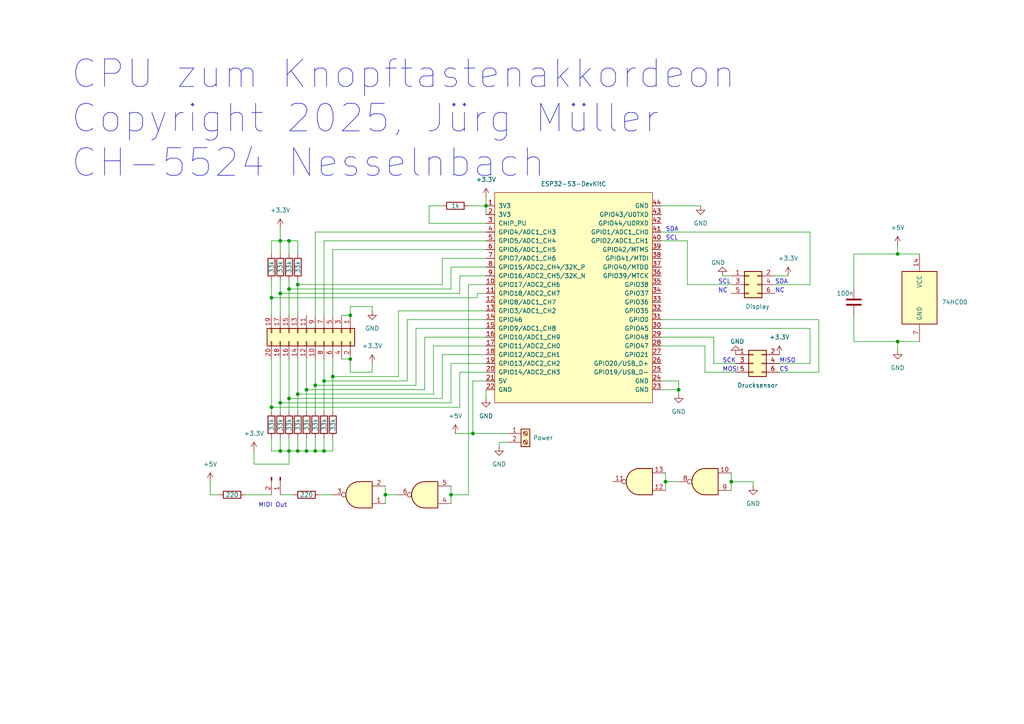
<source format=kicad_sch>
(kicad_sch (version 20211123) (generator eeschema)
  (paper "A4")
  (lib_symbols
    (symbol "74xx:74HC00" (pin_names (offset 1.016))
      (property "Reference" "U" (at 0 1.27 0))
      (property "Value" "74HC00" (at 0 -1.27 0))
      (symbol "74HC00_1_1"
        (arc (start 0 -3.81) (mid 3.81 0) (end 0 3.81) (stroke (width 0.254)) (fill (type background)))
        (polyline (pts (xy 0 3.81) (xy -3.81 3.81) (xy -3.81 -3.81) (xy 0 -3.81)) (stroke (width 0.254)) (fill (type background)))
        (pin input line (at -7.62 2.54 0) (length 3.81) (name "~") (number "1"))
        (pin input line (at -7.62 -2.54 0) (length 3.81) (name "~") (number "2"))
        (pin output inverted (at 7.62 0 180) (length 3.81) (name "~") (number "3"))
      )
      (symbol "74HC00_1_2"
        (arc (start -3.81 -3.81) (mid -2.589 0) (end -3.81 3.81) (stroke (width 0.254)))
        (arc (start -0.6096 -3.81) (mid 2.1842 -2.5851) (end 3.81 0) (stroke (width 0.254)) (fill (type background)))
        (polyline (pts (xy -3.81 -3.81) (xy -0.635 -3.81)) (stroke (width 0.254)) (fill (type background)))
        (polyline (pts (xy -3.81 3.81) (xy -0.635 3.81)) (stroke (width 0.254)) (fill (type background)))
        (polyline (pts (xy -0.635 3.81) (xy -3.81 3.81) (xy -3.81 3.81) (xy -3.556 3.4036) (xy -3.0226 2.2606) (xy -2.6924 1.0414) (xy -2.6162 -0.254) (xy -2.7686 -1.4986) (xy -3.175 -2.7178) (xy -3.81 -3.81) (xy -3.81 -3.81) (xy -0.635 -3.81)) (stroke (width -25.4)) (fill (type background)))
        (arc (start 3.81 0) (mid 2.1915 2.5936) (end -0.6096 3.81) (stroke (width 0.254)) (fill (type background)))
        (pin input inverted (at -7.62 2.54 0) (length 4.318) (name "~") (number "1"))
        (pin input inverted (at -7.62 -2.54 0) (length 4.318) (name "~") (number "2"))
        (pin output line (at 7.62 0 180) (length 3.81) (name "~") (number "3"))
      )
      (symbol "74HC00_2_1"
        (arc (start 0 -3.81) (mid 3.81 0) (end 0 3.81) (stroke (width 0.254)) (fill (type background)))
        (polyline (pts (xy 0 3.81) (xy -3.81 3.81) (xy -3.81 -3.81) (xy 0 -3.81)) (stroke (width 0.254)) (fill (type background)))
        (pin input line (at -7.62 2.54 0) (length 3.81) (name "~") (number "4"))
        (pin input line (at -7.62 -2.54 0) (length 3.81) (name "~") (number "5"))
        (pin output inverted (at 7.62 0 180) (length 3.81) (name "~") (number "6"))
      )
      (symbol "74HC00_2_2"
        (arc (start -3.81 -3.81) (mid -2.589 0) (end -3.81 3.81) (stroke (width 0.254)))
        (arc (start -0.6096 -3.81) (mid 2.1842 -2.5851) (end 3.81 0) (stroke (width 0.254)) (fill (type background)))
        (polyline (pts (xy -3.81 -3.81) (xy -0.635 -3.81)) (stroke (width 0.254)) (fill (type background)))
        (polyline (pts (xy -3.81 3.81) (xy -0.635 3.81)) (stroke (width 0.254)) (fill (type background)))
        (polyline (pts (xy -0.635 3.81) (xy -3.81 3.81) (xy -3.81 3.81) (xy -3.556 3.4036) (xy -3.0226 2.2606) (xy -2.6924 1.0414) (xy -2.6162 -0.254) (xy -2.7686 -1.4986) (xy -3.175 -2.7178) (xy -3.81 -3.81) (xy -3.81 -3.81) (xy -0.635 -3.81)) (stroke (width -25.4)) (fill (type background)))
        (arc (start 3.81 0) (mid 2.1915 2.5936) (end -0.6096 3.81) (stroke (width 0.254)) (fill (type background)))
        (pin input inverted (at -7.62 2.54 0) (length 4.318) (name "~") (number "4"))
        (pin input inverted (at -7.62 -2.54 0) (length 4.318) (name "~") (number "5"))
        (pin output line (at 7.62 0 180) (length 3.81) (name "~") (number "6"))
      )
      (symbol "74HC00_3_1"
        (arc (start 0 -3.81) (mid 3.81 0) (end 0 3.81) (stroke (width 0.254)) (fill (type background)))
        (polyline (pts (xy 0 3.81) (xy -3.81 3.81) (xy -3.81 -3.81) (xy 0 -3.81)) (stroke (width 0.254)) (fill (type background)))
        (pin input line (at -7.62 -2.54 0) (length 3.81) (name "~") (number "10"))
        (pin output inverted (at 7.62 0 180) (length 3.81) (name "~") (number "8"))
        (pin input line (at -7.62 2.54 0) (length 3.81) (name "~") (number "9"))
      )
      (symbol "74HC00_3_2"
        (arc (start -3.81 -3.81) (mid -2.589 0) (end -3.81 3.81) (stroke (width 0.254)))
        (arc (start -0.6096 -3.81) (mid 2.1842 -2.5851) (end 3.81 0) (stroke (width 0.254)) (fill (type background)))
        (polyline (pts (xy -3.81 -3.81) (xy -0.635 -3.81)) (stroke (width 0.254)) (fill (type background)))
        (polyline (pts (xy -3.81 3.81) (xy -0.635 3.81)) (stroke (width 0.254)) (fill (type background)))
        (polyline (pts (xy -0.635 3.81) (xy -3.81 3.81) (xy -3.81 3.81) (xy -3.556 3.4036) (xy -3.0226 2.2606) (xy -2.6924 1.0414) (xy -2.6162 -0.254) (xy -2.7686 -1.4986) (xy -3.175 -2.7178) (xy -3.81 -3.81) (xy -3.81 -3.81) (xy -0.635 -3.81)) (stroke (width -25.4)) (fill (type background)))
        (arc (start 3.81 0) (mid 2.1915 2.5936) (end -0.6096 3.81) (stroke (width 0.254)) (fill (type background)))
        (pin input inverted (at -7.62 -2.54 0) (length 4.318) (name "~") (number "10"))
        (pin output line (at 7.62 0 180) (length 3.81) (name "~") (number "8"))
        (pin input inverted (at -7.62 2.54 0) (length 4.318) (name "~") (number "9"))
      )
      (symbol "74HC00_4_1"
        (arc (start 0 -3.81) (mid 3.81 0) (end 0 3.81) (stroke (width 0.254)) (fill (type background)))
        (polyline (pts (xy 0 3.81) (xy -3.81 3.81) (xy -3.81 -3.81) (xy 0 -3.81)) (stroke (width 0.254)) (fill (type background)))
        (pin output inverted (at 7.62 0 180) (length 3.81) (name "~") (number "11"))
        (pin input line (at -7.62 2.54 0) (length 3.81) (name "~") (number "12"))
        (pin input line (at -7.62 -2.54 0) (length 3.81) (name "~") (number "13"))
      )
      (symbol "74HC00_4_2"
        (arc (start -3.81 -3.81) (mid -2.589 0) (end -3.81 3.81) (stroke (width 0.254)))
        (arc (start -0.6096 -3.81) (mid 2.1842 -2.5851) (end 3.81 0) (stroke (width 0.254)) (fill (type background)))
        (polyline (pts (xy -3.81 -3.81) (xy -0.635 -3.81)) (stroke (width 0.254)) (fill (type background)))
        (polyline (pts (xy -3.81 3.81) (xy -0.635 3.81)) (stroke (width 0.254)) (fill (type background)))
        (polyline (pts (xy -0.635 3.81) (xy -3.81 3.81) (xy -3.81 3.81) (xy -3.556 3.4036) (xy -3.0226 2.2606) (xy -2.6924 1.0414) (xy -2.6162 -0.254) (xy -2.7686 -1.4986) (xy -3.175 -2.7178) (xy -3.81 -3.81) (xy -3.81 -3.81) (xy -0.635 -3.81)) (stroke (width -25.4)) (fill (type background)))
        (arc (start 3.81 0) (mid 2.1915 2.5936) (end -0.6096 3.81) (stroke (width 0.254)) (fill (type background)))
        (pin output line (at 7.62 0 180) (length 3.81) (name "~") (number "11"))
        (pin input inverted (at -7.62 2.54 0) (length 4.318) (name "~") (number "12"))
        (pin input inverted (at -7.62 -2.54 0) (length 4.318) (name "~") (number "13"))
      )
      (symbol "74HC00_5_0"
        (pin power_in line (at 0 12.7 270) (length 5.08) (name "VCC") (number "14"))
        (pin power_in line (at 0 -12.7 90) (length 5.08) (name "GND") (number "7"))
      )
      (symbol "74HC00_5_1"
        (rectangle (start -5.08 7.62) (end 5.08 -7.62) (stroke (width 0.254)) (fill (type background)))
      )
    )
    (symbol "Conn_02x03_Odd_Even_2" (pin_names (offset 1.016))
      (property "Value" "SBC-OLED01" (at 2.54 -6.35 0))
      (symbol "Conn_02x03_Odd_Even_2_1_1"
        (rectangle (start -1.27 -2.413) (end 0 -2.667) (stroke (width 0.1524)))
        (rectangle (start -1.27 0.127) (end 0 -0.127) (stroke (width 0.1524)))
        (rectangle (start -1.27 2.667) (end 0 2.413) (stroke (width 0.1524)))
        (rectangle (start -1.27 3.81) (end 3.81 -3.81) (stroke (width 0.254)) (fill (type background)))
        (rectangle (start 3.81 -2.413) (end 2.54 -2.667) (stroke (width 0.1524)))
        (rectangle (start 3.81 0.127) (end 2.54 -0.127) (stroke (width 0.1524)))
        (rectangle (start 3.81 2.667) (end 2.54 2.413) (stroke (width 0.1524)))
        (pin passive line (at -5.08 2.54 0) (length 3.81) (name "") (number "1"))
        (pin passive line (at 7.62 2.54 180) (length 3.81) (name "") (number "2"))
        (pin passive line (at -5.08 0 0) (length 3.81) (name "") (number "3"))
        (pin passive line (at 7.62 0 180) (length 3.81) (name "") (number "4"))
        (pin passive line (at -5.08 -2.54 0) (length 3.81) (name "") (number "5"))
        (pin passive line (at 7.62 -2.54 180) (length 3.81) (name "") (number "6"))
      )
    )
    (symbol "Conn_02x03_Odd_Even_3" (pin_names (offset 1.016))
      (property "Reference" "J4" (at 1.27 6.35 0))
      (property "Value" "Umgebungsdruck" (at 1.27 -6.35 0))
      (symbol "Conn_02x03_Odd_Even_3_1_1"
        (rectangle (start -1.27 -2.413) (end 0 -2.667) (stroke (width 0.1524)))
        (rectangle (start -1.27 0.127) (end 0 -0.127) (stroke (width 0.1524)))
        (rectangle (start -1.27 2.667) (end 0 2.413) (stroke (width 0.1524)))
        (rectangle (start -1.27 3.81) (end 3.81 -3.81) (stroke (width 0.254)) (fill (type background)))
        (rectangle (start 3.81 -2.413) (end 2.54 -2.667) (stroke (width 0.1524)))
        (rectangle (start 3.81 0.127) (end 2.54 -0.127) (stroke (width 0.1524)))
        (rectangle (start 3.81 2.667) (end 2.54 2.413) (stroke (width 0.1524)))
        (pin passive line (at -5.08 2.54 0) (length 3.81) (name "") (number "1"))
        (pin passive line (at 7.62 2.54 180) (length 3.81) (name "") (number "2"))
        (pin passive line (at -5.08 0 0) (length 3.81) (name "") (number "3"))
        (pin passive line (at 7.62 0 180) (length 3.81) (name "") (number "4"))
        (pin passive line (at -5.08 -2.54 0) (length 3.81) (name "") (number "5"))
        (pin passive line (at 7.62 -2.54 180) (length 3.81) (name "") (number "6"))
      )
    )
    (symbol "Connector:Conn_01x02_Male" (pin_names (offset 1.016) hide)
      (property "Reference" "J" (at 0 2.54 0))
      (property "Value" "Conn_01x02_Male" (at 0 -5.08 0))
      (symbol "Conn_01x02_Male_1_1"
        (polyline (pts (xy 1.27 -2.54) (xy 0.8636 -2.54)) (stroke (width 0.1524)))
        (polyline (pts (xy 1.27 0) (xy 0.8636 0)) (stroke (width 0.1524)))
        (rectangle (start 0.8636 -2.413) (end 0 -2.667) (stroke (width 0.1524)) (fill (type outline)))
        (rectangle (start 0.8636 0.127) (end 0 -0.127) (stroke (width 0.1524)) (fill (type outline)))
        (pin passive line (at 5.08 0 180) (length 3.81) (name "Pin_1") (number "1"))
        (pin passive line (at 5.08 -2.54 180) (length 3.81) (name "Pin_2") (number "2"))
      )
    )
    (symbol "Connector:Screw_Terminal_01x02" (pin_names (offset 1.016) hide)
      (property "Reference" "J" (at 0 2.54 0))
      (property "Value" "Screw_Terminal_01x02" (at 0 -5.08 0))
      (symbol "Screw_Terminal_01x02_1_1"
        (rectangle (start -1.27 1.27) (end 1.27 -3.81) (stroke (width 0.254)) (fill (type background)))
        (circle (center 0 -2.54) (radius 0.635) (stroke (width 0.1524)))
        (polyline (pts (xy -0.5334 -2.2098) (xy 0.3302 -3.048)) (stroke (width 0.1524)))
        (polyline (pts (xy -0.5334 0.3302) (xy 0.3302 -0.508)) (stroke (width 0.1524)))
        (polyline (pts (xy -0.3556 -2.032) (xy 0.508 -2.8702)) (stroke (width 0.1524)))
        (polyline (pts (xy -0.3556 0.508) (xy 0.508 -0.3302)) (stroke (width 0.1524)))
        (circle (center 0 0) (radius 0.635) (stroke (width 0.1524)))
        (pin passive line (at -5.08 0 0) (length 3.81) (name "Pin_1") (number "1"))
        (pin passive line (at -5.08 -2.54 0) (length 3.81) (name "Pin_2") (number "2"))
      )
    )
    (symbol "Connector_Generic:Conn_02x10_Odd_Even" (pin_names (offset 1.016) hide)
      (property "Reference" "J" (at 1.27 12.7 0))
      (property "Value" "Conn_02x10_Odd_Even" (at 1.27 -15.24 0))
      (symbol "Conn_02x10_Odd_Even_1_1"
        (rectangle (start -1.27 -12.573) (end 0 -12.827) (stroke (width 0.1524)))
        (rectangle (start -1.27 -10.033) (end 0 -10.287) (stroke (width 0.1524)))
        (rectangle (start -1.27 -7.493) (end 0 -7.747) (stroke (width 0.1524)))
        (rectangle (start -1.27 -4.953) (end 0 -5.207) (stroke (width 0.1524)))
        (rectangle (start -1.27 -2.413) (end 0 -2.667) (stroke (width 0.1524)))
        (rectangle (start -1.27 0.127) (end 0 -0.127) (stroke (width 0.1524)))
        (rectangle (start -1.27 2.667) (end 0 2.413) (stroke (width 0.1524)))
        (rectangle (start -1.27 5.207) (end 0 4.953) (stroke (width 0.1524)))
        (rectangle (start -1.27 7.747) (end 0 7.493) (stroke (width 0.1524)))
        (rectangle (start -1.27 10.287) (end 0 10.033) (stroke (width 0.1524)))
        (rectangle (start -1.27 11.43) (end 3.81 -13.97) (stroke (width 0.254)) (fill (type background)))
        (rectangle (start 3.81 -12.573) (end 2.54 -12.827) (stroke (width 0.1524)))
        (rectangle (start 3.81 -10.033) (end 2.54 -10.287) (stroke (width 0.1524)))
        (rectangle (start 3.81 -7.493) (end 2.54 -7.747) (stroke (width 0.1524)))
        (rectangle (start 3.81 -4.953) (end 2.54 -5.207) (stroke (width 0.1524)))
        (rectangle (start 3.81 -2.413) (end 2.54 -2.667) (stroke (width 0.1524)))
        (rectangle (start 3.81 0.127) (end 2.54 -0.127) (stroke (width 0.1524)))
        (rectangle (start 3.81 2.667) (end 2.54 2.413) (stroke (width 0.1524)))
        (rectangle (start 3.81 5.207) (end 2.54 4.953) (stroke (width 0.1524)))
        (rectangle (start 3.81 7.747) (end 2.54 7.493) (stroke (width 0.1524)))
        (rectangle (start 3.81 10.287) (end 2.54 10.033) (stroke (width 0.1524)))
        (pin passive line (at -5.08 10.16 0) (length 3.81) (name "Pin_1") (number "1"))
        (pin passive line (at 7.62 0 180) (length 3.81) (name "Pin_10") (number "10"))
        (pin passive line (at -5.08 -2.54 0) (length 3.81) (name "Pin_11") (number "11"))
        (pin passive line (at 7.62 -2.54 180) (length 3.81) (name "Pin_12") (number "12"))
        (pin passive line (at -5.08 -5.08 0) (length 3.81) (name "Pin_13") (number "13"))
        (pin passive line (at 7.62 -5.08 180) (length 3.81) (name "Pin_14") (number "14"))
        (pin passive line (at -5.08 -7.62 0) (length 3.81) (name "Pin_15") (number "15"))
        (pin passive line (at 7.62 -7.62 180) (length 3.81) (name "Pin_16") (number "16"))
        (pin passive line (at -5.08 -10.16 0) (length 3.81) (name "Pin_17") (number "17"))
        (pin passive line (at 7.62 -10.16 180) (length 3.81) (name "Pin_18") (number "18"))
        (pin passive line (at -5.08 -12.7 0) (length 3.81) (name "Pin_19") (number "19"))
        (pin passive line (at 7.62 10.16 180) (length 3.81) (name "Pin_2") (number "2"))
        (pin passive line (at 7.62 -12.7 180) (length 3.81) (name "Pin_20") (number "20"))
        (pin passive line (at -5.08 7.62 0) (length 3.81) (name "Pin_3") (number "3"))
        (pin passive line (at 7.62 7.62 180) (length 3.81) (name "Pin_4") (number "4"))
        (pin passive line (at -5.08 5.08 0) (length 3.81) (name "Pin_5") (number "5"))
        (pin passive line (at 7.62 5.08 180) (length 3.81) (name "Pin_6") (number "6"))
        (pin passive line (at -5.08 2.54 0) (length 3.81) (name "Pin_7") (number "7"))
        (pin passive line (at 7.62 2.54 180) (length 3.81) (name "Pin_8") (number "8"))
        (pin passive line (at -5.08 0 0) (length 3.81) (name "Pin_9") (number "9"))
      )
    )
    (symbol "Device:C" (pin_numbers hide) (pin_names (offset 0.254))
      (property "Reference" "C" (at 0.635 2.54 0))
      (property "Value" "C" (at 0.635 -2.54 0))
      (symbol "C_0_1"
        (polyline (pts (xy -2.032 -0.762) (xy 2.032 -0.762)) (stroke (width 0.508)))
        (polyline (pts (xy -2.032 0.762) (xy 2.032 0.762)) (stroke (width 0.508)))
      )
      (symbol "C_1_1"
        (pin passive line (at 0 3.81 270) (length 2.794) (name "~") (number "1"))
        (pin passive line (at 0 -3.81 90) (length 2.794) (name "~") (number "2"))
      )
    )
    (symbol "Device:R" (pin_numbers hide) (pin_names (offset 0))
      (property "Reference" "R" (at 2.032 0 90))
      (property "Value" "R" (at 0 0 90))
      (symbol "R_0_1"
        (rectangle (start -1.016 -2.54) (end 1.016 2.54) (stroke (width 0.254)))
      )
      (symbol "R_1_1"
        (pin passive line (at 0 3.81 270) (length 1.27) (name "~") (number "1"))
        (pin passive line (at 0 -3.81 90) (length 1.27) (name "~") (number "2"))
      )
    )
    (symbol "Espressif:ESP32-S3-DevKitC" (pin_names (offset 1.016))
      (property "Reference" "U" (at -2.54 30.48 0))
      (property "Value" "ESP32-S3-DevKitC" (at 1.27 -33.02 0))
      (symbol "ESP32-S3-DevKitC_0_0"
        (pin bidirectional line (at -25.4 -7.62 0) (length 2.54) (name "GPIO46") (number "14"))
        (pin bidirectional line (at -25.4 -20.32 0) (length 2.54) (name "GPIO13/ADC2_CH2") (number "19"))
        (pin power_in line (at -25.4 22.86 0) (length 2.54) (name "3V3") (number "2"))
        (pin bidirectional line (at 25.4 12.7 180) (length 2.54) (name "GPIO42/MTMS") (number "39"))
        (pin bidirectional line (at 25.4 15.24 180) (length 2.54) (name "GPIO2/ADC1_CH1") (number "40"))
        (pin bidirectional line (at 25.4 17.78 180) (length 2.54) (name "GPIO1/ADC1_CH0") (number "41"))
        (pin bidirectional line (at 25.4 20.32 180) (length 2.54) (name "GPIO44/U0RXD") (number "42"))
        (pin bidirectional line (at 25.4 22.86 180) (length 2.54) (name "GPIO43/U0TXD") (number "43"))
        (pin power_in line (at 25.4 25.4 180) (length 2.54) (name "GND") (number "44"))
      )
      (symbol "ESP32-S3-DevKitC_0_1"
        (rectangle (start 22.86 -31.75) (end -22.86 29.21) (fill (type background)))
      )
      (symbol "ESP32-S3-DevKitC_1_1"
        (pin power_in line (at -25.4 25.4 0) (length 2.54) (name "3V3") (number "1"))
        (pin bidirectional line (at -25.4 2.54 0) (length 2.54) (name "GPIO17/ADC2_CH6") (number "10"))
        (pin bidirectional line (at -25.4 0 0) (length 2.54) (name "GPIO18/ADC2_CH7") (number "11"))
        (pin bidirectional line (at -25.4 -2.54 0) (length 2.54) (name "GPIO8/ADC1_CH7") (number "12"))
        (pin bidirectional line (at -25.4 -5.08 0) (length 2.54) (name "GPIO3/ADC1_CH2") (number "13"))
        (pin bidirectional line (at -25.4 -10.16 0) (length 2.54) (name "GPIO9/ADC1_CH8") (number "15"))
        (pin bidirectional line (at -25.4 -12.7 0) (length 2.54) (name "GPIO10/ADC1_CH9") (number "16"))
        (pin bidirectional line (at -25.4 -15.24 0) (length 2.54) (name "GPIO11/ADC2_CH0") (number "17"))
        (pin bidirectional line (at -25.4 -17.78 0) (length 2.54) (name "GPIO12/ADC2_CH1") (number "18"))
        (pin bidirectional line (at -25.4 -22.86 0) (length 2.54) (name "GPIO14/ADC2_CH3") (number "20"))
        (pin power_in line (at -25.4 -25.4 0) (length 2.54) (name "5V") (number "21"))
        (pin power_in line (at -25.4 -27.94 0) (length 2.54) (name "GND") (number "22"))
        (pin power_in line (at 25.4 -27.94 180) (length 2.54) (name "GND") (number "23"))
        (pin power_in line (at 25.4 -25.4 180) (length 2.54) (name "GND") (number "24"))
        (pin bidirectional line (at 25.4 -22.86 180) (length 2.54) (name "GPIO19/USB_D-") (number "25"))
        (pin bidirectional line (at 25.4 -20.32 180) (length 2.54) (name "GPIO20/USB_D+") (number "26"))
        (pin bidirectional line (at 25.4 -17.78 180) (length 2.54) (name "GPIO21") (number "27"))
        (pin bidirectional line (at 25.4 -15.24 180) (length 2.54) (name "GPIO47") (number "28"))
        (pin bidirectional line (at 25.4 -12.7 180) (length 2.54) (name "GPIO48") (number "29"))
        (pin input line (at -25.4 20.32 0) (length 2.54) (name "CHIP_PU") (number "3"))
        (pin bidirectional line (at 25.4 -10.16 180) (length 2.54) (name "GPIO45") (number "30"))
        (pin bidirectional line (at 25.4 -7.62 180) (length 2.54) (name "GPIO0") (number "31"))
        (pin bidirectional line (at 25.4 -5.08 180) (length 2.54) (name "GPIO35") (number "32"))
        (pin bidirectional line (at 25.4 -2.54 180) (length 2.54) (name "GPIO36") (number "33"))
        (pin bidirectional line (at 25.4 0 180) (length 2.54) (name "GPIO37") (number "34"))
        (pin bidirectional line (at 25.4 2.54 180) (length 2.54) (name "GPIO38") (number "35"))
        (pin bidirectional line (at 25.4 5.08 180) (length 2.54) (name "GPIO39/MTCK") (number "36"))
        (pin bidirectional line (at 25.4 7.62 180) (length 2.54) (name "GPIO40/MTDO") (number "37"))
        (pin bidirectional line (at 25.4 10.16 180) (length 2.54) (name "GPIO41/MTDI") (number "38"))
        (pin bidirectional line (at -25.4 17.78 0) (length 2.54) (name "GPIO4/ADC1_CH3") (number "4"))
        (pin bidirectional line (at -25.4 15.24 0) (length 2.54) (name "GPIO5/ADC1_CH4") (number "5"))
        (pin bidirectional line (at -25.4 12.7 0) (length 2.54) (name "GPIO6/ADC1_CH5") (number "6"))
        (pin bidirectional line (at -25.4 10.16 0) (length 2.54) (name "GPIO7/ADC1_CH6") (number "7"))
        (pin bidirectional line (at -25.4 7.62 0) (length 2.54) (name "GPIO15/ADC2_CH4/32K_P") (number "8"))
        (pin bidirectional line (at -25.4 5.08 0) (length 2.54) (name "GPIO16/ADC2_CH5/32K_N") (number "9"))
      )
    )
    (symbol "power:+3.3V" (power) (pin_names (offset 0))
      (property "Value" "+3.3V" (at 0 3.556 0))
      (symbol "+3.3V_0_1"
        (polyline (pts (xy -0.762 1.27) (xy 0 2.54)))
        (polyline (pts (xy 0 0) (xy 0 2.54)))
        (polyline (pts (xy 0 2.54) (xy 0.762 1.27)))
      )
      (symbol "+3.3V_1_1"
        (pin power_in line (at 0 0 90) (length 0) hide (name "+3.3V") (number "1"))
      )
    )
    (symbol "power:+5V" (power) (pin_names (offset 0))
      (property "Value" "+5V" (at 0 3.556 0))
      (symbol "+5V_0_1"
        (polyline (pts (xy -0.762 1.27) (xy 0 2.54)))
        (polyline (pts (xy 0 0) (xy 0 2.54)))
        (polyline (pts (xy 0 2.54) (xy 0.762 1.27)))
      )
      (symbol "+5V_1_1"
        (pin power_in line (at 0 0 90) (length 0) hide (name "+5V") (number "1"))
      )
    )
    (symbol "power:GND" (power) (pin_names (offset 0))
      (property "Value" "GND" (at 0 -3.81 0))
      (symbol "GND_0_1"
        (polyline (pts (xy 0 0) (xy 0 -1.27) (xy 1.27 -1.27) (xy 0 -2.54) (xy -1.27 -1.27) (xy 0 -1.27)))
      )
      (symbol "GND_1_1"
        (pin power_in line (at 0 0 270) (length 0) hide (name "GND") (number "1"))
      )
    )
  )
  (junction (at 78.74 118.11))
  (junction (at 93.98 110.49))
  (junction (at 81.28 130.81))
  (junction (at 83.82 69.85))
  (junction (at 111.76 143.51))
  (junction (at 81.28 69.85))
  (junction (at 101.6 91.44))
  (junction (at 88.9 113.03))
  (junction (at 130.81 143.51))
  (junction (at 86.36 130.81))
  (junction (at 86.36 114.3))
  (junction (at 86.36 82.55))
  (junction (at 196.85 113.03))
  (junction (at 81.28 116.84))
  (junction (at 83.82 83.82))
  (junction (at 91.44 130.81))
  (junction (at 212.09 139.7))
  (junction (at 260.35 73.66))
  (junction (at 96.52 109.22))
  (junction (at 83.82 115.57))
  (junction (at 83.82 130.81))
  (junction (at 88.9 130.81))
  (junction (at 260.35 99.06))
  (junction (at 101.6 104.14))
  (junction (at 91.44 111.76))
  (junction (at 93.98 130.81))
  (junction (at 140.97 59.69))
  (junction (at 193.04 139.7))
  (junction (at 78.74 86.36))
  (junction (at 137.16 125.73))
  (junction (at 81.28 85.09))
  (wire (pts (xy 133.35 118.11) (xy 78.74 118.11)))
  (wire (pts (xy 133.35 85.09) (xy 81.28 85.09)))
  (wire (pts (xy 218.44 139.7) (xy 212.09 139.7)))
  (wire (pts (xy 78.74 104.14) (xy 78.74 118.11)))
  (wire (pts (xy 191.77 97.79) (xy 207.01 97.79)))
  (wire (pts (xy 81.28 85.09) (xy 81.28 91.44)))
  (wire (pts (xy 81.28 69.85) (xy 81.28 73.66)))
  (wire (pts (xy 128.27 74.93) (xy 128.27 82.55)))
  (wire (pts (xy 212.09 139.7) (xy 212.09 142.24)))
  (wire (pts (xy 191.77 59.69) (xy 203.2 59.69)))
  (wire (pts (xy 140.97 80.01) (xy 133.35 80.01)))
  (wire (pts (xy 130.81 83.82) (xy 83.82 83.82)))
  (wire (pts (xy 147.32 128.27) (xy 144.78 128.27)))
  (wire (pts (xy 224.79 80.01) (xy 228.6 80.01)))
  (wire (pts (xy 247.65 99.06) (xy 260.35 99.06)))
  (wire (pts (xy 78.74 81.28) (xy 78.74 86.36)))
  (wire (pts (xy 88.9 104.14) (xy 88.9 113.03)))
  (wire (pts (xy 93.98 127) (xy 93.98 130.81)))
  (wire (pts (xy 135.89 82.55) (xy 135.89 143.51)))
  (wire (pts (xy 123.19 97.79) (xy 140.97 97.79)))
  (wire (pts (xy 78.74 118.11) (xy 78.74 119.38)))
  (wire (pts (xy 199.39 82.55) (xy 212.09 82.55)))
  (wire (pts (xy 83.82 130.81) (xy 86.36 130.81)))
  (wire (pts (xy 115.57 90.17) (xy 115.57 109.22)))
  (wire (pts (xy 91.44 111.76) (xy 91.44 119.38)))
  (wire (pts (xy 93.98 110.49) (xy 93.98 119.38)))
  (wire (pts (xy 138.43 86.36) (xy 138.43 85.09)))
  (wire (pts (xy 81.28 116.84) (xy 81.28 119.38)))
  (wire (pts (xy 107.95 105.41) (xy 107.95 107.95)))
  (wire (pts (xy 137.16 110.49) (xy 140.97 110.49)))
  (wire (pts (xy 60.96 143.51) (xy 63.5 143.51)))
  (wire (pts (xy 140.97 113.03) (xy 140.97 115.57)))
  (wire (pts (xy 130.81 105.41) (xy 140.97 105.41)))
  (wire (pts (xy 107.95 107.95) (xy 101.6 107.95)))
  (wire (pts (xy 196.85 113.03) (xy 196.85 114.3)))
  (wire (pts (xy 237.49 92.71) (xy 191.77 92.71)))
  (wire (pts (xy 137.16 125.73) (xy 147.32 125.73)))
  (wire (pts (xy 91.44 104.14) (xy 91.44 111.76)))
  (wire (pts (xy 130.81 105.41) (xy 130.81 116.84)))
  (wire (pts (xy 88.9 113.03) (xy 88.9 119.38)))
  (wire (pts (xy 93.98 69.85) (xy 93.98 91.44)))
  (wire (pts (xy 73.66 134.62) (xy 83.82 134.62)))
  (wire (pts (xy 140.97 69.85) (xy 93.98 69.85)))
  (wire (pts (xy 91.44 130.81) (xy 93.98 130.81)))
  (wire (pts (xy 118.11 92.71) (xy 118.11 110.49)))
  (wire (pts (xy 226.06 107.95) (xy 237.49 107.95)))
  (wire (pts (xy 140.97 57.15) (xy 140.97 59.69)))
  (wire (pts (xy 204.47 107.95) (xy 213.36 107.95)))
  (wire (pts (xy 81.28 104.14) (xy 81.28 116.84)))
  (wire (pts (xy 99.06 91.44) (xy 101.6 91.44)))
  (wire (pts (xy 191.77 69.85) (xy 199.39 69.85)))
  (wire (pts (xy 83.82 115.57) (xy 83.82 119.38)))
  (wire (pts (xy 133.35 107.95) (xy 133.35 118.11)))
  (wire (pts (xy 193.04 139.7) (xy 193.04 142.24)))
  (wire (pts (xy 83.82 81.28) (xy 83.82 83.82)))
  (wire (pts (xy 111.76 140.97) (xy 111.76 143.51)))
  (wire (pts (xy 123.19 113.03) (xy 88.9 113.03)))
  (wire (pts (xy 207.01 105.41) (xy 213.36 105.41)))
  (wire (pts (xy 120.65 95.25) (xy 140.97 95.25)))
  (wire (pts (xy 199.39 69.85) (xy 199.39 82.55)))
  (wire (pts (xy 88.9 127) (xy 88.9 130.81)))
  (wire (pts (xy 83.82 127) (xy 83.82 130.81)))
  (wire (pts (xy 130.81 143.51) (xy 135.89 143.51)))
  (wire (pts (xy 133.35 80.01) (xy 133.35 85.09)))
  (wire (pts (xy 81.28 143.51) (xy 85.09 143.51)))
  (wire (pts (xy 137.16 125.73) (xy 137.16 110.49)))
  (wire (pts (xy 247.65 91.44) (xy 247.65 99.06)))
  (wire (pts (xy 83.82 69.85) (xy 86.36 69.85)))
  (wire (pts (xy 191.77 100.33) (xy 204.47 100.33)))
  (wire (pts (xy 140.97 74.93) (xy 128.27 74.93)))
  (wire (pts (xy 86.36 81.28) (xy 86.36 82.55)))
  (wire (pts (xy 218.44 140.97) (xy 218.44 139.7)))
  (wire (pts (xy 130.81 140.97) (xy 130.81 143.51)))
  (wire (pts (xy 83.82 104.14) (xy 83.82 115.57)))
  (wire (pts (xy 140.97 59.69) (xy 140.97 62.23)))
  (wire (pts (xy 96.52 91.44) (xy 96.52 72.39)))
  (wire (pts (xy 128.27 115.57) (xy 83.82 115.57)))
  (wire (pts (xy 266.7 99.06) (xy 260.35 99.06)))
  (wire (pts (xy 60.96 139.7) (xy 60.96 143.51)))
  (wire (pts (xy 78.74 127) (xy 78.74 130.81)))
  (wire (pts (xy 125.73 114.3) (xy 86.36 114.3)))
  (wire (pts (xy 132.08 125.73) (xy 137.16 125.73)))
  (wire (pts (xy 86.36 130.81) (xy 88.9 130.81)))
  (wire (pts (xy 260.35 71.12) (xy 260.35 73.66)))
  (wire (pts (xy 138.43 85.09) (xy 140.97 85.09)))
  (wire (pts (xy 91.44 67.31) (xy 91.44 91.44)))
  (wire (pts (xy 191.77 113.03) (xy 196.85 113.03)))
  (wire (pts (xy 86.36 69.85) (xy 86.36 73.66)))
  (wire (pts (xy 234.95 105.41) (xy 234.95 95.25)))
  (wire (pts (xy 125.73 100.33) (xy 125.73 114.3)))
  (wire (pts (xy 130.81 77.47) (xy 130.81 83.82)))
  (wire (pts (xy 91.44 127) (xy 91.44 130.81)))
  (wire (pts (xy 140.97 82.55) (xy 135.89 82.55)))
  (wire (pts (xy 118.11 110.49) (xy 93.98 110.49)))
  (wire (pts (xy 81.28 81.28) (xy 81.28 85.09)))
  (wire (pts (xy 130.81 116.84) (xy 81.28 116.84)))
  (wire (pts (xy 96.52 104.14) (xy 96.52 109.22)))
  (wire (pts (xy 234.95 95.25) (xy 191.77 95.25)))
  (wire (pts (xy 247.65 73.66) (xy 260.35 73.66)))
  (wire (pts (xy 120.65 111.76) (xy 91.44 111.76)))
  (wire (pts (xy 196.85 110.49) (xy 196.85 113.03)))
  (wire (pts (xy 83.82 134.62) (xy 83.82 130.81)))
  (wire (pts (xy 86.36 114.3) (xy 86.36 119.38)))
  (wire (pts (xy 204.47 100.33) (xy 204.47 107.95)))
  (wire (pts (xy 86.36 127) (xy 86.36 130.81)))
  (wire (pts (xy 124.46 64.77) (xy 140.97 64.77)))
  (wire (pts (xy 144.78 128.27) (xy 144.78 129.54)))
  (wire (pts (xy 140.97 90.17) (xy 115.57 90.17)))
  (wire (pts (xy 81.28 69.85) (xy 83.82 69.85)))
  (wire (pts (xy 92.71 143.51) (xy 96.52 143.51)))
  (wire (pts (xy 135.89 59.69) (xy 140.97 59.69)))
  (wire (pts (xy 128.27 102.87) (xy 140.97 102.87)))
  (wire (pts (xy 107.95 90.17) (xy 107.95 88.9)))
  (wire (pts (xy 209.55 80.01) (xy 212.09 80.01)))
  (wire (pts (xy 78.74 69.85) (xy 81.28 69.85)))
  (wire (pts (xy 96.52 130.81) (xy 96.52 127)))
  (wire (pts (xy 81.28 127) (xy 81.28 130.81)))
  (wire (pts (xy 234.95 82.55) (xy 224.79 82.55)))
  (wire (pts (xy 88.9 130.81) (xy 91.44 130.81)))
  (wire (pts (xy 81.28 130.81) (xy 83.82 130.81)))
  (wire (pts (xy 130.81 143.51) (xy 130.81 146.05)))
  (wire (pts (xy 212.09 137.16) (xy 212.09 139.7)))
  (wire (pts (xy 234.95 82.55) (xy 234.95 67.31)))
  (wire (pts (xy 107.95 88.9) (xy 101.6 88.9)))
  (wire (pts (xy 226.06 105.41) (xy 234.95 105.41)))
  (wire (pts (xy 133.35 107.95) (xy 140.97 107.95)))
  (wire (pts (xy 260.35 99.06) (xy 260.35 101.6)))
  (wire (pts (xy 125.73 100.33) (xy 140.97 100.33)))
  (wire (pts (xy 86.36 82.55) (xy 86.36 91.44)))
  (wire (pts (xy 78.74 130.81) (xy 81.28 130.81)))
  (wire (pts (xy 93.98 104.14) (xy 93.98 110.49)))
  (wire (pts (xy 128.27 102.87) (xy 128.27 115.57)))
  (wire (pts (xy 78.74 86.36) (xy 78.74 91.44)))
  (wire (pts (xy 111.76 143.51) (xy 115.57 143.51)))
  (wire (pts (xy 191.77 110.49) (xy 196.85 110.49)))
  (wire (pts (xy 140.97 77.47) (xy 130.81 77.47)))
  (wire (pts (xy 93.98 130.81) (xy 96.52 130.81)))
  (wire (pts (xy 96.52 72.39) (xy 140.97 72.39)))
  (wire (pts (xy 118.11 92.71) (xy 140.97 92.71)))
  (wire (pts (xy 207.01 97.79) (xy 207.01 105.41)))
  (wire (pts (xy 123.19 97.79) (xy 123.19 113.03)))
  (wire (pts (xy 101.6 88.9) (xy 101.6 91.44)))
  (wire (pts (xy 99.06 104.14) (xy 101.6 104.14)))
  (wire (pts (xy 78.74 73.66) (xy 78.74 69.85)))
  (wire (pts (xy 237.49 107.95) (xy 237.49 92.71)))
  (wire (pts (xy 193.04 137.16) (xy 193.04 139.7)))
  (wire (pts (xy 266.7 73.66) (xy 260.35 73.66)))
  (wire (pts (xy 83.82 69.85) (xy 83.82 73.66)))
  (wire (pts (xy 101.6 107.95) (xy 101.6 104.14)))
  (wire (pts (xy 71.12 143.51) (xy 78.74 143.51)))
  (wire (pts (xy 111.76 143.51) (xy 111.76 146.05)))
  (wire (pts (xy 193.04 139.7) (xy 196.85 139.7)))
  (wire (pts (xy 86.36 104.14) (xy 86.36 114.3)))
  (wire (pts (xy 128.27 59.69) (xy 124.46 59.69)))
  (wire (pts (xy 73.66 130.81) (xy 73.66 134.62)))
  (wire (pts (xy 96.52 109.22) (xy 96.52 119.38)))
  (wire (pts (xy 78.74 86.36) (xy 138.43 86.36)))
  (wire (pts (xy 83.82 83.82) (xy 83.82 91.44)))
  (wire (pts (xy 234.95 67.31) (xy 191.77 67.31)))
  (wire (pts (xy 128.27 82.55) (xy 86.36 82.55)))
  (wire (pts (xy 247.65 83.82) (xy 247.65 73.66)))
  (wire (pts (xy 81.28 66.04) (xy 81.28 69.85)))
  (wire (pts (xy 96.52 109.22) (xy 115.57 109.22)))
  (wire (pts (xy 124.46 59.69) (xy 124.46 64.77)))
  (wire (pts (xy 120.65 95.25) (xy 120.65 111.76)))
  (wire (pts (xy 140.97 67.31) (xy 91.44 67.31)))
  (text "SCK" (at 209.55 105.41 0) (effects (font (size 1.27 1.27)) (justify left bottom)))
  (text "MISO" (at 226.06 105.41 0) (effects (font (size 1.27 1.27)) (justify left bottom)))
  (text "MOSI" (at 209.55 107.95 0) (effects (font (size 1.27 1.27)) (justify left bottom)))
  (text "NC" (at 224.79 85.09 0) (effects (font (size 1.27 1.27)) (justify left bottom)))
  (text "MIDI Out" (at 74.93 147.32 0) (effects (font (size 1.27 1.27)) (justify left bottom)))
  (text "SCL" (at 193.04 69.85 0) (effects (font (size 1.27 1.27)) (justify left bottom)))
  (text "CPU zum Knopftastenakkordeon\nCopyright 2025, Jürg Müller\nCH-5524 Nesselnbach" (at 20.32 52.07 0) (effects (font (size 8 8)) (justify left bottom)))
  (text "SDA\n" (at 224.79 82.55 0) (effects (font (size 1.27 1.27)) (justify left bottom)))
  (text "SDA" (at 193.04 67.31 0) (effects (font (size 1.27 1.27)) (justify left bottom)))
  (text "CS\n" (at 226.06 107.95 0) (effects (font (size 1.27 1.27)) (justify left bottom)))
  (text "SCL" (at 208.28 82.55 0) (effects (font (size 1.27 1.27)) (justify left bottom)))
  (text "NC" (at 208.28 85.09 0) (effects (font (size 1.27 1.27)) (justify left bottom)))
  (symbol (lib_id "Device:R") (at 86.36 77.47 180) (unit 1)
    (property "Reference" "R8" (effects hide))
    (property "Value" "33k" (at 86.36 77.47 90))
    (property "Footprint" "Resistor_THT:R_Axial_DIN0207_L6.3mm_D2.5mm_P10.16mm_Horizontal" (effects hide))
  )
  (symbol (lib_id "power:+5V") (at 260.35 71.12 0) (unit 1)
    (property "Reference" "#PWR0116" (effects hide))
    (property "Value" "+5V" (at 260.35 66.04 0))
  )
  (symbol (lib_id "74xx:74HC00") (at 266.7 86.36 0) (unit 5)
    (property "Reference" "U1" (effects hide))
    (property "Value" "74HC00" (at 273.05 87.6299 0) (effects (justify left)))
    (property "Footprint" "Package_DIP:DIP-14_W7.62mm_LongPads" (effects hide))
    (property "Datasheet" "http://www.ti.com/lit/gpn/sn74hc00" (effects hide))
  )
  (symbol (lib_id "power:GND") (at 203.2 59.69 0) (unit 1)
    (property "Reference" "#PWR0107" (effects hide))
    (property "Value" "GND" (at 203.2 64.77 0))
  )
  (symbol (lib_id "power:+3.3V") (at 81.28 66.04 0) (unit 1)
    (property "Reference" "#PWR0104" (effects hide))
    (property "Value" "+3.3V" (at 81.28 60.96 0))
  )
  (symbol (lib_id "Device:R") (at 67.31 143.51 90) (unit 1)
    (property "Reference" "R1" (effects hide))
    (property "Value" "220" (at 67.31 143.51 90))
    (property "Footprint" "Resistor_THT:R_Axial_DIN0207_L6.3mm_D2.5mm_P10.16mm_Horizontal" (effects hide))
  )
  (symbol (lib_id "Espressif:ESP32-S3-DevKitC") (at 166.37 85.09 0) (unit 1)
    (property "Reference" "U2" (effects hide))
    (property "Value" "ESP32-S3-DevKitC" (at 166.37 53.34 0))
    (property "Footprint" "Espressif:ESP32-S3-DevKitC" (effects hide))
  )
  (symbol (lib_id "Device:R") (at 93.98 123.19 180) (unit 1)
    (property "Reference" "R12" (effects hide))
    (property "Value" "33k" (at 93.98 123.19 90))
    (property "Footprint" "Resistor_THT:R_Axial_DIN0207_L6.3mm_D2.5mm_P10.16mm_Horizontal" (effects hide))
  )
  (symbol (lib_id "Connector:Screw_Terminal_01x02") (at 152.4 125.73 0) (unit 1)
    (property "Reference" "J8" (effects hide))
    (property "Value" "Power" (at 157.48 127 0))
    (property "Footprint" "MyLibrary:TerminalBlock_bornier-2_P5.08mm" (effects hide))
  )
  (symbol (lib_id "74xx:74HC00") (at 123.19 143.51 180) (unit 2)
    (property "Reference" "U1" (effects hide))
    (property "Value" "74HC00" (effects hide))
    (property "Footprint" "Package_DIP:DIP-14_W7.62mm_LongPads" (effects hide))
    (property "Datasheet" "http://www.ti.com/lit/gpn/sn74hc00" (effects hide))
  )
  (symbol (lib_id "power:+3.3V") (at 107.95 105.41 0) (unit 1)
    (property "Reference" "#PWR?" (effects hide))
    (property "Value" "+3.3V" (at 107.95 100.33 0))
  )
  (symbol (lib_name "Conn_02x03_Odd_Even_2") (lib_id "Connector_Generic:Conn_02x03_Odd_Even") (at 217.17 82.55 0) (unit 1)
    (property "Reference" "J3" (effects hide))
    (property "Value" "Display" (at 219.71 88.9 0))
    (property "Footprint" "MyLibrary:Box_2x3" (effects hide))
  )
  (symbol (lib_id "Device:R") (at 83.82 123.19 180) (unit 1)
    (property "Reference" "R7" (effects hide))
    (property "Value" "33k" (at 83.82 123.19 90))
    (property "Footprint" "Resistor_THT:R_Axial_DIN0207_L6.3mm_D2.5mm_P10.16mm_Horizontal" (effects hide))
  )
  (symbol (lib_id "power:+5V") (at 60.96 139.7 0) (unit 1)
    (property "Reference" "#PWR0101" (effects hide))
    (property "Value" "+5V" (at 60.96 134.62 0))
  )
  (symbol (lib_id "Device:R") (at 86.36 123.19 180) (unit 1)
    (property "Reference" "R9" (effects hide))
    (property "Value" "33k" (at 86.36 123.19 90))
    (property "Footprint" "Resistor_THT:R_Axial_DIN0207_L6.3mm_D2.5mm_P10.16mm_Horizontal" (effects hide))
  )
  (symbol (lib_id "power:GND") (at 144.78 129.54 0) (unit 1)
    (property "Reference" "#PWR0118" (effects hide))
    (property "Value" "GND" (at 144.78 134.62 0))
  )
  (symbol (lib_id "power:+3.3V") (at 228.6 80.01 0) (unit 1)
    (property "Reference" "#PWR0115" (effects hide))
    (property "Value" "+3.3V" (at 228.6 74.93 0))
  )
  (symbol (lib_id "power:+3.3V") (at 226.06 102.87 0) (unit 1)
    (property "Reference" "#PWR0112" (effects hide))
    (property "Value" "+3.3V" (at 226.06 97.79 0))
  )
  (symbol (lib_id "Connector:Conn_01x02_Male") (at 81.28 138.43 270) (unit 1)
    (property "Reference" "J1" (effects hide))
    (property "Value" "MIDI Out" (effects hide))
    (property "Footprint" "Connector_PinHeader_2.54mm:PinHeader_1x02_P2.54mm_Vertical" (effects hide))
  )
  (symbol (lib_id "Device:R") (at 78.74 77.47 180) (unit 1)
    (property "Reference" "R2" (effects hide))
    (property "Value" "33k" (at 78.74 77.47 90))
    (property "Footprint" "Resistor_THT:R_Axial_DIN0207_L6.3mm_D2.5mm_P10.16mm_Horizontal" (effects hide))
  )
  (symbol (lib_id "Device:C") (at 247.65 87.63 180) (unit 1)
    (property "Reference" "C1" (effects hide))
    (property "Value" "100n" (at 245.11 85.09 0))
    (property "Footprint" "Capacitor_THT:C_Disc_D5.0mm_W2.5mm_P5.00mm" (effects hide))
  )
  (symbol (lib_id "74xx:74HC00") (at 185.42 139.7 180) (unit 4)
    (property "Reference" "U1" (effects hide))
    (property "Value" "74HC00" (effects hide))
    (property "Footprint" "Package_DIP:DIP-14_W7.62mm_LongPads" (effects hide))
    (property "Datasheet" "http://www.ti.com/lit/gpn/sn74hc00" (effects hide))
  )
  (symbol (lib_id "power:GND") (at 213.36 102.87 180) (unit 1)
    (property "Reference" "#PWR0114" (effects hide))
    (property "Value" "GND" (at 215.9 99.06 0) (effects (justify left)))
  )
  (symbol (lib_id "Device:R") (at 81.28 123.19 180) (unit 1)
    (property "Reference" "R5" (effects hide))
    (property "Value" "33k" (at 81.28 123.19 90))
    (property "Footprint" "Resistor_THT:R_Axial_DIN0207_L6.3mm_D2.5mm_P10.16mm_Horizontal" (effects hide))
  )
  (symbol (lib_id "Device:R") (at 78.74 123.19 180) (unit 1)
    (property "Reference" "R3" (effects hide))
    (property "Value" "33k" (at 78.74 123.19 90))
    (property "Footprint" "Resistor_THT:R_Axial_DIN0207_L6.3mm_D2.5mm_P10.16mm_Horizontal" (effects hide))
  )
  (symbol (lib_id "Device:R") (at 91.44 123.19 180) (unit 1)
    (property "Reference" "R11" (effects hide))
    (property "Value" "33k" (at 91.44 123.19 90))
    (property "Footprint" "Resistor_THT:R_Axial_DIN0207_L6.3mm_D2.5mm_P10.16mm_Horizontal" (effects hide))
  )
  (symbol (lib_id "power:+3.3V") (at 140.97 57.15 0) (unit 1)
    (property "Reference" "#PWR0103" (effects hide))
    (property "Value" "+3.3V" (at 140.97 52.07 0))
  )
  (symbol (lib_id "Connector_Generic:Conn_02x10_Odd_Even") (at 91.44 96.52 270) (unit 1)
    (property "Reference" "J2" (effects hide))
    (property "Value" "Conn_02x10_Odd_Even" (effects hide))
    (property "Footprint" "Connector_PinHeader_2.54mm:PinHeader_2x10_P2.54mm_Vertical" (effects hide))
  )
  (symbol (lib_id "power:GND") (at 107.95 90.17 0) (unit 1)
    (property "Reference" "#PWR0105" (effects hide))
    (property "Value" "GND" (at 107.95 95.25 0))
  )
  (symbol (lib_id "Device:R") (at 96.52 123.19 180) (unit 1)
    (property "Reference" "R13" (effects hide))
    (property "Value" "33k" (at 96.52 123.19 90))
    (property "Footprint" "Resistor_THT:R_Axial_DIN0207_L6.3mm_D2.5mm_P10.16mm_Horizontal" (effects hide))
  )
  (symbol (lib_id "power:GND") (at 140.97 115.57 0) (unit 1)
    (property "Reference" "#PWR0110" (effects hide))
    (property "Value" "GND" (at 140.97 120.65 0))
  )
  (symbol (lib_id "74xx:74HC00") (at 104.14 143.51 180) (unit 1)
    (property "Reference" "U1" (effects hide))
    (property "Value" "74HC00" (effects hide))
    (property "Footprint" "Package_DIP:DIP-14_W7.62mm_LongPads" (effects hide))
    (property "Datasheet" "http://www.ti.com/lit/gpn/sn74hc00" (effects hide))
  )
  (symbol (lib_id "Device:R") (at 83.82 77.47 180) (unit 1)
    (property "Reference" "R6" (effects hide))
    (property "Value" "33k" (at 83.82 77.47 90))
    (property "Footprint" "Resistor_THT:R_Axial_DIN0207_L6.3mm_D2.5mm_P10.16mm_Horizontal" (effects hide))
  )
  (symbol (lib_id "power:+5V") (at 132.08 125.73 0) (unit 1)
    (property "Reference" "#PWR0109" (effects hide))
    (property "Value" "+5V" (at 132.08 120.65 0))
  )
  (symbol (lib_id "Device:R") (at 88.9 143.51 90) (unit 1)
    (property "Reference" "R15" (effects hide))
    (property "Value" "220" (at 88.9 143.51 90))
    (property "Footprint" "Resistor_THT:R_Axial_DIN0207_L6.3mm_D2.5mm_P10.16mm_Horizontal" (effects hide))
  )
  (symbol (lib_id "power:GND") (at 209.55 80.01 180) (unit 1)
    (property "Reference" "#PWR0113" (effects hide))
    (property "Value" "GND" (at 208.28 76.2 0))
  )
  (symbol (lib_id "power:GND") (at 196.85 114.3 0) (unit 1)
    (property "Reference" "#PWR0108" (effects hide))
    (property "Value" "GND" (at 196.85 119.38 0))
  )
  (symbol (lib_id "Device:R") (at 88.9 123.19 180) (unit 1)
    (property "Reference" "R10" (effects hide))
    (property "Value" "33k" (at 88.9 123.19 90))
    (property "Footprint" "Resistor_THT:R_Axial_DIN0207_L6.3mm_D2.5mm_P10.16mm_Horizontal" (effects hide))
  )
  (symbol (lib_id "power:GND") (at 218.44 140.97 0) (unit 1)
    (property "Reference" "#PWR0106" (effects hide))
    (property "Value" "GND" (at 218.44 146.05 0))
  )
  (symbol (lib_id "Device:R") (at 132.08 59.69 90) (unit 1)
    (property "Reference" "R14" (effects hide))
    (property "Value" "1k" (at 132.08 59.69 90))
    (property "Footprint" "Resistor_THT:R_Axial_DIN0207_L6.3mm_D2.5mm_P10.16mm_Horizontal" (effects hide))
  )
  (symbol (lib_id "74xx:74HC00") (at 204.47 139.7 180) (unit 3)
    (property "Reference" "U1" (effects hide))
    (property "Value" "74HC00" (effects hide))
    (property "Footprint" "Package_DIP:DIP-14_W7.62mm_LongPads" (effects hide))
    (property "Datasheet" "http://www.ti.com/lit/gpn/sn74hc00" (effects hide))
  )
  (symbol (lib_id "power:GND") (at 260.35 101.6 0) (unit 1)
    (property "Reference" "#PWR0111" (effects hide))
    (property "Value" "GND" (at 260.35 106.68 0))
  )
  (symbol (lib_id "power:+3.3V") (at 73.66 130.81 0) (unit 1)
    (property "Reference" "#PWR0102" (effects hide))
    (property "Value" "+3.3V" (at 73.66 125.73 0))
  )
  (symbol (lib_id "Device:R") (at 81.28 77.47 180) (unit 1)
    (property "Reference" "R4" (effects hide))
    (property "Value" "33k" (at 81.28 77.47 90))
    (property "Footprint" "Resistor_THT:R_Axial_DIN0207_L6.3mm_D2.5mm_P10.16mm_Horizontal" (effects hide))
  )
  (symbol (lib_name "Conn_02x03_Odd_Even_3") (lib_id "Connector_Generic:Conn_02x03_Odd_Even") (at 218.44 105.41 0) (unit 1)
    (property "Reference" "J4" (effects hide))
    (property "Value" "Drucksensor" (at 219.71 111.76 0))
    (property "Footprint" "MyLibrary:Box_2x3" (effects hide))
  )
)
</source>
